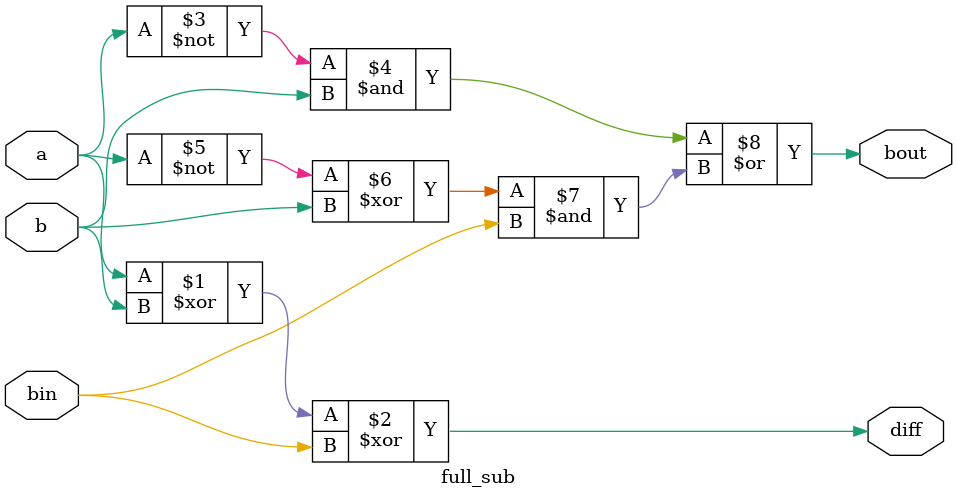
<source format=v>
module full_sub (
    input  wire a,    // minuend bit
    input  wire b,    // subtrahend bit
    input  wire bin,  // borrow in
    output wire diff, // difference bit
    output wire bout  // borrow out
);
    // diff = a ^ b ^ bin
    assign diff = a ^ b ^ bin;

    // borrow-out: bout = (~a & b) | ((~a ^ b) & bin)
    // alternative simpler expression: bout = (~a & (b | bin)) | (b & bin)
    assign bout = (~a & b) | ((~a ^ b) & bin);

endmodule


</source>
